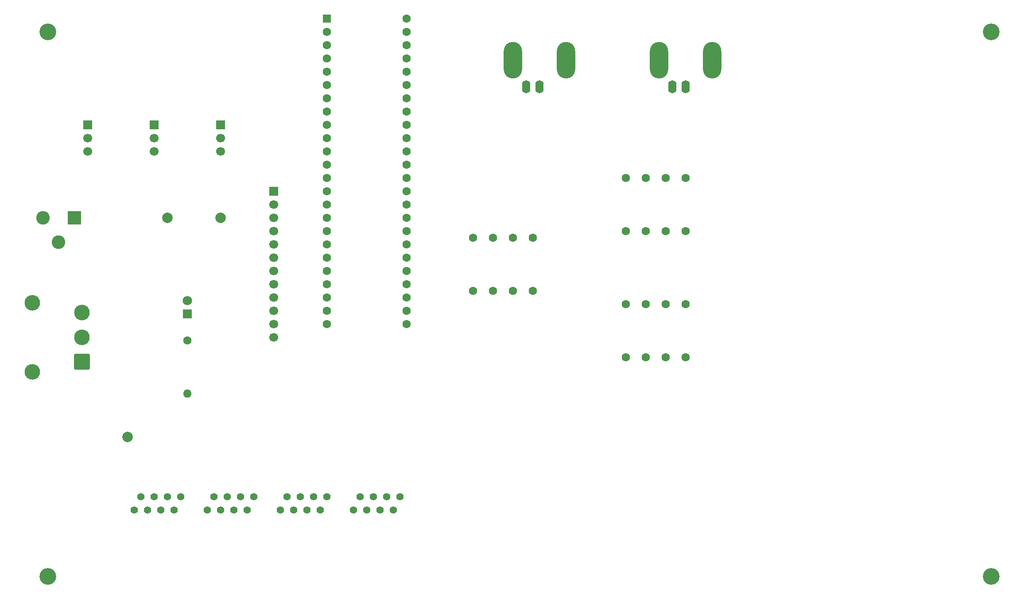
<source format=gbr>
%TF.GenerationSoftware,KiCad,Pcbnew,9.0.4*%
%TF.CreationDate,2026-01-14T14:58:22-05:00*%
%TF.ProjectId,Datta Lab Humidity Chamber PCB,44617474-6120-44c6-9162-2048756d6964,1.0*%
%TF.SameCoordinates,Original*%
%TF.FileFunction,Soldermask,Bot*%
%TF.FilePolarity,Negative*%
%FSLAX46Y46*%
G04 Gerber Fmt 4.6, Leading zero omitted, Abs format (unit mm)*
G04 Created by KiCad (PCBNEW 9.0.4) date 2026-01-14 14:58:22*
%MOMM*%
%LPD*%
G01*
G04 APERTURE LIST*
G04 Aperture macros list*
%AMRoundRect*
0 Rectangle with rounded corners*
0 $1 Rounding radius*
0 $2 $3 $4 $5 $6 $7 $8 $9 X,Y pos of 4 corners*
0 Add a 4 corners polygon primitive as box body*
4,1,4,$2,$3,$4,$5,$6,$7,$8,$9,$2,$3,0*
0 Add four circle primitives for the rounded corners*
1,1,$1+$1,$2,$3*
1,1,$1+$1,$4,$5*
1,1,$1+$1,$6,$7*
1,1,$1+$1,$8,$9*
0 Add four rect primitives between the rounded corners*
20,1,$1+$1,$2,$3,$4,$5,0*
20,1,$1+$1,$4,$5,$6,$7,0*
20,1,$1+$1,$6,$7,$8,$9,0*
20,1,$1+$1,$8,$9,$2,$3,0*%
G04 Aperture macros list end*
%ADD10C,1.600000*%
%ADD11O,1.600000X1.600000*%
%ADD12C,3.200000*%
%ADD13C,2.000000*%
%ADD14R,1.700000X1.700000*%
%ADD15C,1.700000*%
%ADD16R,2.600000X2.600000*%
%ADD17C,2.600000*%
%ADD18O,1.600000X2.500000*%
%ADD19O,3.500000X7.000000*%
%ADD20C,1.397000*%
%ADD21R,1.800000X1.800000*%
%ADD22C,1.800000*%
%ADD23RoundRect,0.102000X1.387500X-1.387500X1.387500X1.387500X-1.387500X1.387500X-1.387500X-1.387500X0*%
%ADD24C,2.979000*%
%ADD25R,1.600000X1.600000*%
G04 APERTURE END LIST*
D10*
%TO.C,R7*%
X162560000Y-102870000D03*
X162560000Y-92710000D03*
%TD*%
%TO.C,R5*%
X158750000Y-92710000D03*
X158750000Y-102870000D03*
%TD*%
%TO.C,R3*%
X129540000Y-80010000D03*
X129540000Y-90170000D03*
%TD*%
%TO.C,R12*%
X162560000Y-68580000D03*
X162560000Y-78740000D03*
%TD*%
%TO.C,R10*%
X121920000Y-80010000D03*
X121920000Y-90170000D03*
%TD*%
%TO.C,R4*%
X133350000Y-80010000D03*
X133350000Y-90170000D03*
%TD*%
%TO.C,R6*%
X158750000Y-78740000D03*
X158750000Y-68580000D03*
%TD*%
%TO.C,R13*%
X154940000Y-92710000D03*
X154940000Y-102870000D03*
%TD*%
%TO.C,R11*%
X151130000Y-102870000D03*
X151130000Y-92710000D03*
%TD*%
%TO.C,R8*%
X154940000Y-78740000D03*
X154940000Y-68580000D03*
%TD*%
%TO.C,R2*%
X151130000Y-68580000D03*
X151130000Y-78740000D03*
%TD*%
%TO.C,R1*%
X67310000Y-99695000D03*
D11*
X67310000Y-109855000D03*
%TD*%
D10*
%TO.C,R9*%
X125730000Y-90170000D03*
X125730000Y-80010000D03*
%TD*%
D12*
%TO.C,H6*%
X220980000Y-40640000D03*
%TD*%
D13*
%TO.C,TP3*%
X73660000Y-76200000D03*
%TD*%
D14*
%TO.C,J5*%
X73660000Y-58420000D03*
D15*
X73660000Y-60960000D03*
X73660000Y-63500000D03*
%TD*%
D16*
%TO.C,J7*%
X45720000Y-76200000D03*
D17*
X39720000Y-76200000D03*
X42720000Y-80900000D03*
%TD*%
D18*
%TO.C,J2*%
X134620000Y-51110000D03*
D19*
X129540000Y-46030000D03*
D18*
X132080000Y-51110000D03*
D19*
X139700000Y-46030000D03*
%TD*%
D20*
%TO.C,J8*%
X57150000Y-132080000D03*
X58420000Y-129540000D03*
X59690000Y-132080000D03*
X60960000Y-129540000D03*
X62230000Y-132080000D03*
X63500000Y-129540000D03*
X64770000Y-132080000D03*
X66040000Y-129540000D03*
X71120000Y-132080000D03*
X72390000Y-129540000D03*
X73660000Y-132080000D03*
X74930000Y-129540000D03*
X76200000Y-132080000D03*
X77470000Y-129540000D03*
X78740000Y-132080000D03*
X80010000Y-129540000D03*
X85090000Y-132080000D03*
X86360000Y-129540000D03*
X87630000Y-132080000D03*
X88900000Y-129540000D03*
X90170000Y-132080000D03*
X91440000Y-129540000D03*
X92710000Y-132080000D03*
X93980000Y-129540000D03*
X99060000Y-132080000D03*
X100330000Y-129540000D03*
X101600000Y-132080000D03*
X102870000Y-129540000D03*
X104140000Y-132080000D03*
X105410000Y-129540000D03*
X106680000Y-132080000D03*
X107950000Y-129540000D03*
%TD*%
D21*
%TO.C,D1*%
X67310000Y-94615000D03*
D22*
X67310000Y-92075000D03*
%TD*%
D23*
%TO.C,SW1*%
X47183000Y-103760000D03*
D24*
X47183000Y-99060000D03*
X47183000Y-94360000D03*
X37653000Y-105665000D03*
X37653000Y-92455000D03*
%TD*%
D13*
%TO.C,TP1*%
X63500000Y-76200000D03*
%TD*%
D14*
%TO.C,J4*%
X60960000Y-58420000D03*
D15*
X60960000Y-60960000D03*
X60960000Y-63500000D03*
%TD*%
D12*
%TO.C,H2*%
X40640000Y-144780000D03*
%TD*%
%TO.C,H1*%
X40640000Y-40640000D03*
%TD*%
D13*
%TO.C,TP2*%
X55880000Y-118110000D03*
%TD*%
D14*
%TO.C,J6*%
X83820000Y-71120000D03*
D15*
X83820000Y-73660000D03*
X83820000Y-76200000D03*
X83820000Y-78740000D03*
X83820000Y-81280000D03*
X83820000Y-83820000D03*
X83820000Y-86360000D03*
X83820000Y-88900000D03*
X83820000Y-91440000D03*
X83820000Y-93980000D03*
X83820000Y-96520000D03*
X83820000Y-99060000D03*
%TD*%
D18*
%TO.C,J1*%
X162560000Y-51110000D03*
D19*
X157480000Y-46030000D03*
D18*
X160020000Y-51110000D03*
D19*
X167640000Y-46030000D03*
%TD*%
D15*
%TO.C,J3*%
X48260000Y-63500000D03*
X48260000Y-60960000D03*
D14*
X48260000Y-58420000D03*
%TD*%
D12*
%TO.C,H5*%
X220980000Y-144780000D03*
%TD*%
D25*
%TO.C,U1*%
X93980000Y-38100000D03*
D10*
X93980000Y-40640000D03*
X93980000Y-43180000D03*
X93980000Y-45720000D03*
X93980000Y-48260000D03*
X93980000Y-50800000D03*
X93980000Y-53340000D03*
X93980000Y-55880000D03*
X93980000Y-58420000D03*
X93980000Y-60960000D03*
X93980000Y-63500000D03*
X93980000Y-66040000D03*
X93980000Y-68580000D03*
X93980000Y-71120000D03*
X93980000Y-73660000D03*
X93980000Y-76200000D03*
X93980000Y-78740000D03*
X93980000Y-81280000D03*
X93980000Y-83820000D03*
X93980000Y-86360000D03*
X93980000Y-88900000D03*
X93980000Y-91440000D03*
X93980000Y-93980000D03*
X93980000Y-96520000D03*
X109220000Y-96520000D03*
X109220000Y-93980000D03*
X109220000Y-91440000D03*
X109220000Y-88900000D03*
X109220000Y-86360000D03*
X109220000Y-83820000D03*
X109220000Y-81280000D03*
X109220000Y-78740000D03*
X109220000Y-76200000D03*
X109220000Y-73660000D03*
X109220000Y-71120000D03*
X109220000Y-68580000D03*
X109220000Y-66040000D03*
X109220000Y-63500000D03*
X109220000Y-60960000D03*
X109220000Y-58420000D03*
X109220000Y-55880000D03*
X109220000Y-53340000D03*
X109220000Y-50800000D03*
X109220000Y-48260000D03*
X109220000Y-45720000D03*
X109220000Y-43180000D03*
X109220000Y-40640000D03*
X109220000Y-38100000D03*
%TD*%
M02*

</source>
